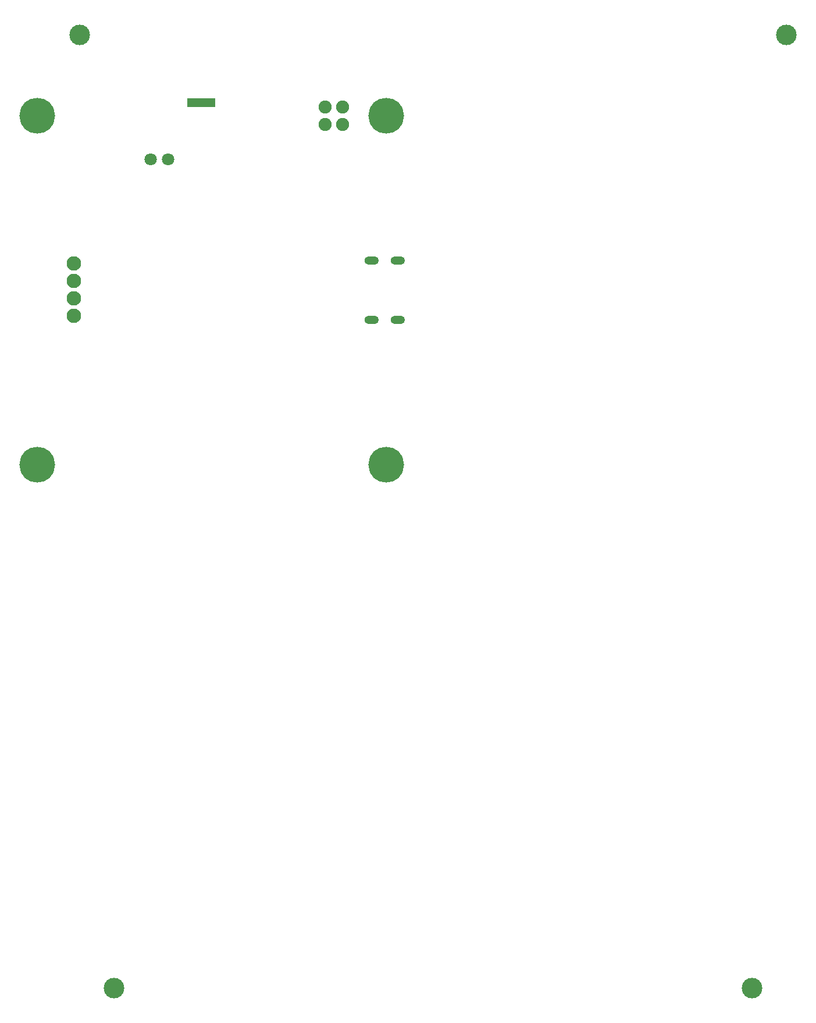
<source format=gbs>
G04 Layer: BottomSolderMaskLayer*
G04 Panelize: Stamp Hole, Column: 2, Row: 2, Board Size: 58.42mm x 58.42mm, Panelized Board Size: 122.84mm x 122.84mm*
G04 EasyEDA v6.5.32, 2023-07-30 21:55:26*
G04 0189717723f44532b496580ac8dbca45,5a6b42c53f6a479593ecc07194224c93,10*
G04 Gerber Generator version 0.2*
G04 Scale: 100 percent, Rotated: No, Reflected: No *
G04 Dimensions in millimeters *
G04 leading zeros omitted , absolute positions ,4 integer and 5 decimal *
%FSLAX45Y45*%
%MOMM*%

%ADD10O,2.1015960000000002X1.2015978000000003*%
%ADD11C,5.2032*%
%ADD12C,1.9016*%
%ADD13C,1.8016*%
%ADD14C,2.1016*%
%ADD15C,3.0000*%

%LPD*%
D10*
G01*
X5245684Y3353003D03*
G01*
X5245684Y2488996D03*
G01*
X5625693Y2488996D03*
G01*
X5625693Y3353003D03*
D11*
G01*
X381000Y5461000D03*
G01*
X5461000Y5461000D03*
G01*
X5461000Y381000D03*
G01*
X381000Y381000D03*
G01*
X5461000Y5461000D03*
G01*
X381000Y5461000D03*
D12*
G01*
X4826000Y5588000D03*
G01*
X4826000Y5334000D03*
G01*
X4572000Y5334000D03*
G01*
X4572000Y5588000D03*
D13*
G01*
X2286000Y4826000D03*
G01*
X2032000Y4826000D03*
D14*
G01*
X910818Y2799714D03*
G01*
X910818Y3053714D03*
G01*
X910818Y3307714D03*
G01*
X910818Y2545714D03*
D15*
G01*
X999997Y6641998D03*
G01*
X11284000Y6641998D03*
G01*
X1499996Y-7241997D03*
G01*
X10784001Y-7241997D03*
G36*
X2565400Y5715000D02*
G01*
X2971800Y5715000D01*
X2971800Y5588000D01*
X2565400Y5588000D01*
G37*
M02*

</source>
